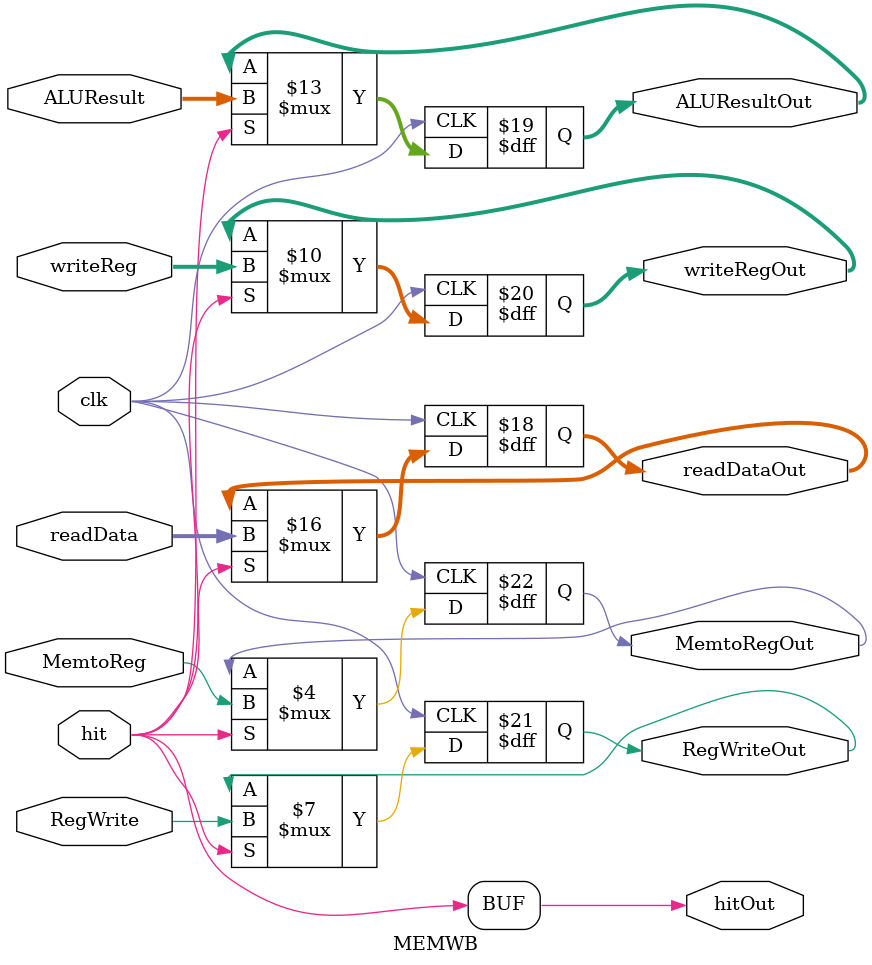
<source format=v>
`timescale 1ns / 1ps
module MEMWB(
input clk,
input hit,
input [63:0]readData,
input [63:0]ALUResult,
input [4:0]writeReg,
input RegWrite,
input MemtoReg,

output hitOut,
output reg [63:0]readDataOut,
output reg [63:0]ALUResultOut,
output reg [4:0]writeRegOut,
output reg RegWriteOut,
output reg MemtoRegOut
    );

assign hitOut = hit;
always @ (negedge clk) begin
	if(hit == 1)begin
		readDataOut = readData;
		ALUResultOut = ALUResult;
		writeRegOut = writeReg;
		RegWriteOut = RegWrite;
		MemtoRegOut = MemtoReg;
	end
end


endmodule

</source>
